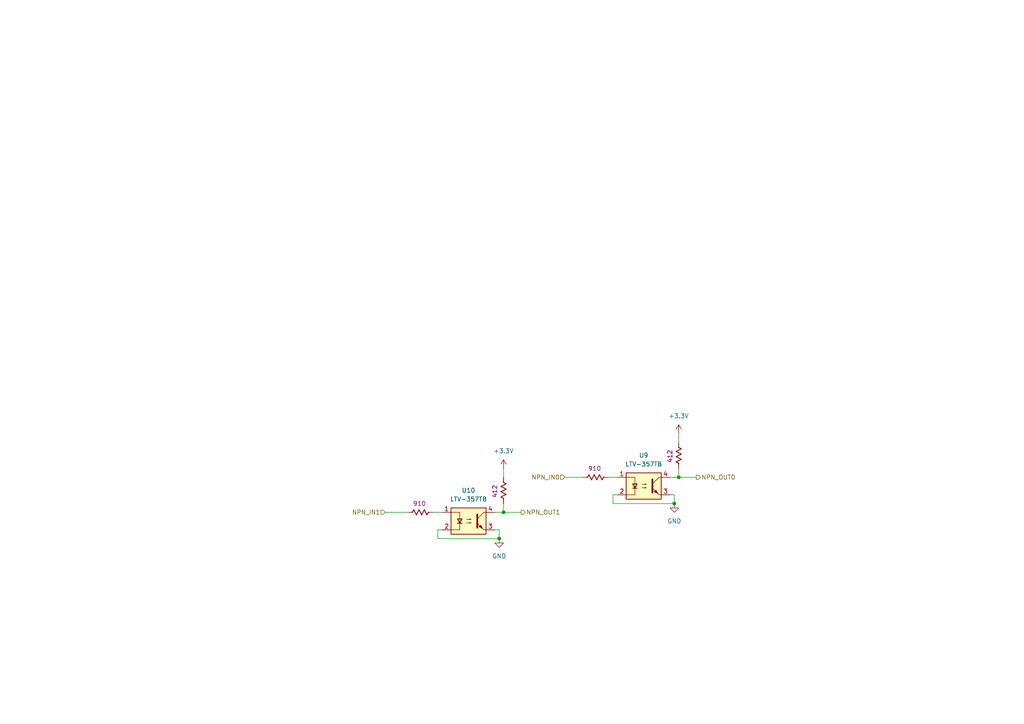
<source format=kicad_sch>
(kicad_sch
	(version 20250114)
	(generator "eeschema")
	(generator_version "9.0")
	(uuid "5584bb05-7b64-4813-abe2-695a768f0c25")
	(paper "A4")
	(lib_symbols
		(symbol "Isolator:LTV-357T"
			(pin_names
				(offset 1.016)
			)
			(exclude_from_sim no)
			(in_bom yes)
			(on_board yes)
			(property "Reference" "U"
				(at -5.334 4.826 0)
				(effects
					(font
						(size 1.27 1.27)
					)
					(justify left)
				)
			)
			(property "Value" "LTV-357T"
				(at 0 5.08 0)
				(effects
					(font
						(size 1.27 1.27)
					)
					(justify left)
				)
			)
			(property "Footprint" "Package_SO:SO-4_4.4x3.6mm_P2.54mm"
				(at -5.08 -5.08 0)
				(effects
					(font
						(size 1.27 1.27)
						(italic yes)
					)
					(justify left)
					(hide yes)
				)
			)
			(property "Datasheet" "https://www.buerklin.com/medias/sys_master/download/download/h91/ha0/8892020588574.pdf"
				(at 0 0 0)
				(effects
					(font
						(size 1.27 1.27)
					)
					(justify left)
					(hide yes)
				)
			)
			(property "Description" "DC Optocoupler, Vce 35V, CTR 50%, SO-4"
				(at 0 0 0)
				(effects
					(font
						(size 1.27 1.27)
					)
					(hide yes)
				)
			)
			(property "ki_keywords" "NPN DC Optocoupler"
				(at 0 0 0)
				(effects
					(font
						(size 1.27 1.27)
					)
					(hide yes)
				)
			)
			(property "ki_fp_filters" "SO*4.4x3.6mm*P2.54mm*"
				(at 0 0 0)
				(effects
					(font
						(size 1.27 1.27)
					)
					(hide yes)
				)
			)
			(symbol "LTV-357T_0_1"
				(rectangle
					(start -5.08 3.81)
					(end 5.08 -3.81)
					(stroke
						(width 0.254)
						(type default)
					)
					(fill
						(type background)
					)
				)
				(polyline
					(pts
						(xy -5.08 2.54) (xy -2.54 2.54) (xy -2.54 -0.762)
					)
					(stroke
						(width 0)
						(type default)
					)
					(fill
						(type none)
					)
				)
				(polyline
					(pts
						(xy -3.175 -0.635) (xy -1.905 -0.635)
					)
					(stroke
						(width 0.254)
						(type default)
					)
					(fill
						(type none)
					)
				)
				(polyline
					(pts
						(xy -2.54 -0.635) (xy -2.54 -2.54) (xy -5.08 -2.54)
					)
					(stroke
						(width 0)
						(type default)
					)
					(fill
						(type none)
					)
				)
				(polyline
					(pts
						(xy -2.54 -0.635) (xy -3.175 0.635) (xy -1.905 0.635) (xy -2.54 -0.635)
					)
					(stroke
						(width 0.254)
						(type default)
					)
					(fill
						(type none)
					)
				)
				(polyline
					(pts
						(xy -0.508 0.508) (xy 0.762 0.508) (xy 0.381 0.381) (xy 0.381 0.635) (xy 0.762 0.508)
					)
					(stroke
						(width 0)
						(type default)
					)
					(fill
						(type none)
					)
				)
				(polyline
					(pts
						(xy -0.508 -0.508) (xy 0.762 -0.508) (xy 0.381 -0.635) (xy 0.381 -0.381) (xy 0.762 -0.508)
					)
					(stroke
						(width 0)
						(type default)
					)
					(fill
						(type none)
					)
				)
				(polyline
					(pts
						(xy 2.54 1.905) (xy 2.54 -1.905) (xy 2.54 -1.905)
					)
					(stroke
						(width 0.508)
						(type default)
					)
					(fill
						(type none)
					)
				)
				(polyline
					(pts
						(xy 2.54 0.635) (xy 4.445 2.54)
					)
					(stroke
						(width 0)
						(type default)
					)
					(fill
						(type none)
					)
				)
				(polyline
					(pts
						(xy 3.048 -1.651) (xy 3.556 -1.143) (xy 4.064 -2.159) (xy 3.048 -1.651) (xy 3.048 -1.651)
					)
					(stroke
						(width 0)
						(type default)
					)
					(fill
						(type outline)
					)
				)
				(polyline
					(pts
						(xy 4.445 2.54) (xy 5.08 2.54)
					)
					(stroke
						(width 0)
						(type default)
					)
					(fill
						(type none)
					)
				)
				(polyline
					(pts
						(xy 4.445 -2.54) (xy 2.54 -0.635)
					)
					(stroke
						(width 0)
						(type default)
					)
					(fill
						(type outline)
					)
				)
				(polyline
					(pts
						(xy 4.445 -2.54) (xy 5.08 -2.54)
					)
					(stroke
						(width 0)
						(type default)
					)
					(fill
						(type none)
					)
				)
			)
			(symbol "LTV-357T_1_1"
				(pin passive line
					(at -7.62 2.54 0)
					(length 2.54)
					(name "~"
						(effects
							(font
								(size 1.27 1.27)
							)
						)
					)
					(number "1"
						(effects
							(font
								(size 1.27 1.27)
							)
						)
					)
				)
				(pin passive line
					(at -7.62 -2.54 0)
					(length 2.54)
					(name "~"
						(effects
							(font
								(size 1.27 1.27)
							)
						)
					)
					(number "2"
						(effects
							(font
								(size 1.27 1.27)
							)
						)
					)
				)
				(pin passive line
					(at 7.62 2.54 180)
					(length 2.54)
					(name "~"
						(effects
							(font
								(size 1.27 1.27)
							)
						)
					)
					(number "4"
						(effects
							(font
								(size 1.27 1.27)
							)
						)
					)
				)
				(pin passive line
					(at 7.62 -2.54 180)
					(length 2.54)
					(name "~"
						(effects
							(font
								(size 1.27 1.27)
							)
						)
					)
					(number "3"
						(effects
							(font
								(size 1.27 1.27)
							)
						)
					)
				)
			)
			(embedded_fonts no)
		)
		(symbol "PCM_Resistor_US_AKL:R_0603"
			(pin_numbers
				(hide yes)
			)
			(pin_names
				(offset 0)
			)
			(exclude_from_sim no)
			(in_bom yes)
			(on_board yes)
			(property "Reference" "R"
				(at 2.54 1.27 0)
				(effects
					(font
						(size 1.27 1.27)
					)
					(justify left)
				)
			)
			(property "Value" "R_0603"
				(at 2.54 -1.27 0)
				(effects
					(font
						(size 1.27 1.27)
					)
					(justify left)
				)
			)
			(property "Footprint" "PCM_Resistor_SMD_AKL:R_0603_1608Metric"
				(at 0 -11.43 0)
				(effects
					(font
						(size 1.27 1.27)
					)
					(hide yes)
				)
			)
			(property "Datasheet" "~"
				(at 0 0 0)
				(effects
					(font
						(size 1.27 1.27)
					)
					(hide yes)
				)
			)
			(property "Description" "SMD 0603 Chip Resistor, US Symbol, Alternate KiCad Library"
				(at 0 0 0)
				(effects
					(font
						(size 1.27 1.27)
					)
					(hide yes)
				)
			)
			(property "ki_keywords" "R res resistor us SMD 0603"
				(at 0 0 0)
				(effects
					(font
						(size 1.27 1.27)
					)
					(hide yes)
				)
			)
			(property "ki_fp_filters" "R_*"
				(at 0 0 0)
				(effects
					(font
						(size 1.27 1.27)
					)
					(hide yes)
				)
			)
			(symbol "R_0603_0_1"
				(polyline
					(pts
						(xy 0 2.286) (xy 0 2.54)
					)
					(stroke
						(width 0.254)
						(type default)
					)
					(fill
						(type none)
					)
				)
				(polyline
					(pts
						(xy 0 2.286) (xy 0.762 1.905) (xy -0.762 1.143) (xy 0 0.762) (xy 0.762 0.381) (xy 0 0) (xy -0.762 -0.381)
						(xy 0 -0.762) (xy 0.762 -1.143) (xy 0 -1.524) (xy -0.762 -1.905) (xy 0 -2.286)
					)
					(stroke
						(width 0.254)
						(type default)
					)
					(fill
						(type none)
					)
				)
				(polyline
					(pts
						(xy 0 -2.286) (xy 0 -2.54)
					)
					(stroke
						(width 0.254)
						(type default)
					)
					(fill
						(type none)
					)
				)
			)
			(symbol "R_0603_0_2"
				(polyline
					(pts
						(xy -2.54 -2.54) (xy -1.778 -1.778)
					)
					(stroke
						(width 0)
						(type default)
					)
					(fill
						(type none)
					)
				)
				(polyline
					(pts
						(xy -1.778 -1.778) (xy -1.524 -1.524)
					)
					(stroke
						(width 0.254)
						(type default)
					)
					(fill
						(type none)
					)
				)
				(polyline
					(pts
						(xy -1.524 -1.524) (xy -1.778 -0.762) (xy -1.016 -1.016)
					)
					(stroke
						(width 0.254)
						(type default)
					)
					(fill
						(type none)
					)
				)
				(polyline
					(pts
						(xy -0.508 -0.508) (xy -0.762 0.254) (xy 0 0)
					)
					(stroke
						(width 0.254)
						(type default)
					)
					(fill
						(type none)
					)
				)
				(polyline
					(pts
						(xy -0.508 -0.508) (xy -0.254 -1.27) (xy -1.016 -1.016)
					)
					(stroke
						(width 0.254)
						(type default)
					)
					(fill
						(type none)
					)
				)
				(polyline
					(pts
						(xy 0.508 0.508) (xy 0.254 1.27) (xy 1.016 1.016)
					)
					(stroke
						(width 0.254)
						(type default)
					)
					(fill
						(type none)
					)
				)
				(polyline
					(pts
						(xy 0.508 0.508) (xy 0.762 -0.254) (xy 0 0)
					)
					(stroke
						(width 0.254)
						(type default)
					)
					(fill
						(type none)
					)
				)
				(polyline
					(pts
						(xy 1.524 1.524) (xy 1.778 0.762) (xy 1.016 1.016)
					)
					(stroke
						(width 0.254)
						(type default)
					)
					(fill
						(type none)
					)
				)
				(polyline
					(pts
						(xy 1.778 1.778) (xy 1.524 1.524)
					)
					(stroke
						(width 0.254)
						(type default)
					)
					(fill
						(type none)
					)
				)
				(polyline
					(pts
						(xy 1.778 1.778) (xy 2.54 2.54)
					)
					(stroke
						(width 0)
						(type default)
					)
					(fill
						(type none)
					)
				)
			)
			(symbol "R_0603_1_1"
				(pin passive line
					(at 0 3.81 270)
					(length 1.27)
					(name "~"
						(effects
							(font
								(size 1.27 1.27)
							)
						)
					)
					(number "1"
						(effects
							(font
								(size 1.27 1.27)
							)
						)
					)
				)
				(pin passive line
					(at 0 -3.81 90)
					(length 1.27)
					(name "~"
						(effects
							(font
								(size 1.27 1.27)
							)
						)
					)
					(number "2"
						(effects
							(font
								(size 1.27 1.27)
							)
						)
					)
				)
			)
			(symbol "R_0603_1_2"
				(pin passive line
					(at -2.54 -2.54 0)
					(length 0)
					(name ""
						(effects
							(font
								(size 1.27 1.27)
							)
						)
					)
					(number "2"
						(effects
							(font
								(size 1.27 1.27)
							)
						)
					)
				)
				(pin passive line
					(at 2.54 2.54 180)
					(length 0)
					(name ""
						(effects
							(font
								(size 1.27 1.27)
							)
						)
					)
					(number "1"
						(effects
							(font
								(size 1.27 1.27)
							)
						)
					)
				)
			)
			(embedded_fonts no)
		)
		(symbol "power:+3.3V"
			(power)
			(pin_numbers
				(hide yes)
			)
			(pin_names
				(offset 0)
				(hide yes)
			)
			(exclude_from_sim no)
			(in_bom yes)
			(on_board yes)
			(property "Reference" "#PWR"
				(at 0 -3.81 0)
				(effects
					(font
						(size 1.27 1.27)
					)
					(hide yes)
				)
			)
			(property "Value" "+3.3V"
				(at 0 3.556 0)
				(effects
					(font
						(size 1.27 1.27)
					)
				)
			)
			(property "Footprint" ""
				(at 0 0 0)
				(effects
					(font
						(size 1.27 1.27)
					)
					(hide yes)
				)
			)
			(property "Datasheet" ""
				(at 0 0 0)
				(effects
					(font
						(size 1.27 1.27)
					)
					(hide yes)
				)
			)
			(property "Description" "Power symbol creates a global label with name \"+3.3V\""
				(at 0 0 0)
				(effects
					(font
						(size 1.27 1.27)
					)
					(hide yes)
				)
			)
			(property "ki_keywords" "global power"
				(at 0 0 0)
				(effects
					(font
						(size 1.27 1.27)
					)
					(hide yes)
				)
			)
			(symbol "+3.3V_0_1"
				(polyline
					(pts
						(xy -0.762 1.27) (xy 0 2.54)
					)
					(stroke
						(width 0)
						(type default)
					)
					(fill
						(type none)
					)
				)
				(polyline
					(pts
						(xy 0 2.54) (xy 0.762 1.27)
					)
					(stroke
						(width 0)
						(type default)
					)
					(fill
						(type none)
					)
				)
				(polyline
					(pts
						(xy 0 0) (xy 0 2.54)
					)
					(stroke
						(width 0)
						(type default)
					)
					(fill
						(type none)
					)
				)
			)
			(symbol "+3.3V_1_1"
				(pin power_in line
					(at 0 0 90)
					(length 0)
					(name "~"
						(effects
							(font
								(size 1.27 1.27)
							)
						)
					)
					(number "1"
						(effects
							(font
								(size 1.27 1.27)
							)
						)
					)
				)
			)
			(embedded_fonts no)
		)
		(symbol "power:GND"
			(power)
			(pin_numbers
				(hide yes)
			)
			(pin_names
				(offset 0)
				(hide yes)
			)
			(exclude_from_sim no)
			(in_bom yes)
			(on_board yes)
			(property "Reference" "#PWR"
				(at 0 -6.35 0)
				(effects
					(font
						(size 1.27 1.27)
					)
					(hide yes)
				)
			)
			(property "Value" "GND"
				(at 0 -3.81 0)
				(effects
					(font
						(size 1.27 1.27)
					)
				)
			)
			(property "Footprint" ""
				(at 0 0 0)
				(effects
					(font
						(size 1.27 1.27)
					)
					(hide yes)
				)
			)
			(property "Datasheet" ""
				(at 0 0 0)
				(effects
					(font
						(size 1.27 1.27)
					)
					(hide yes)
				)
			)
			(property "Description" "Power symbol creates a global label with name \"GND\" , ground"
				(at 0 0 0)
				(effects
					(font
						(size 1.27 1.27)
					)
					(hide yes)
				)
			)
			(property "ki_keywords" "global power"
				(at 0 0 0)
				(effects
					(font
						(size 1.27 1.27)
					)
					(hide yes)
				)
			)
			(symbol "GND_0_1"
				(polyline
					(pts
						(xy 0 0) (xy 0 -1.27) (xy 1.27 -1.27) (xy 0 -2.54) (xy -1.27 -1.27) (xy 0 -1.27)
					)
					(stroke
						(width 0)
						(type default)
					)
					(fill
						(type none)
					)
				)
			)
			(symbol "GND_1_1"
				(pin power_in line
					(at 0 0 270)
					(length 0)
					(name "~"
						(effects
							(font
								(size 1.27 1.27)
							)
						)
					)
					(number "1"
						(effects
							(font
								(size 1.27 1.27)
							)
						)
					)
				)
			)
			(embedded_fonts no)
		)
	)
	(junction
		(at 146.05 148.59)
		(diameter 0)
		(color 0 0 0 0)
		(uuid "2b335198-4241-4000-b94b-d2ae85e65ee5")
	)
	(junction
		(at 196.85 138.43)
		(diameter 0)
		(color 0 0 0 0)
		(uuid "4983a30a-ba3a-41ad-bffe-2ed35bfb7ac7")
	)
	(junction
		(at 144.78 156.21)
		(diameter 0)
		(color 0 0 0 0)
		(uuid "82d32733-a450-42dd-8fb3-8be2502c7401")
	)
	(junction
		(at 195.58 146.05)
		(diameter 0)
		(color 0 0 0 0)
		(uuid "d5923288-a53c-4133-a707-76b65ef9d7d3")
	)
	(wire
		(pts
			(xy 177.8 146.05) (xy 177.8 143.51)
		)
		(stroke
			(width 0)
			(type default)
		)
		(uuid "07f5b04c-1108-4632-8fc5-2c894b07ad7b")
	)
	(wire
		(pts
			(xy 195.58 146.05) (xy 195.58 143.51)
		)
		(stroke
			(width 0)
			(type default)
		)
		(uuid "11c6a569-4f65-4232-b997-269ceca2e480")
	)
	(wire
		(pts
			(xy 127 156.21) (xy 144.78 156.21)
		)
		(stroke
			(width 0)
			(type default)
		)
		(uuid "123ddb66-c220-46f5-b4b3-0ed5a215bb4a")
	)
	(wire
		(pts
			(xy 194.31 138.43) (xy 196.85 138.43)
		)
		(stroke
			(width 0)
			(type default)
		)
		(uuid "163eeba7-1f39-4ee8-8351-a319c239cfcc")
	)
	(wire
		(pts
			(xy 143.51 148.59) (xy 146.05 148.59)
		)
		(stroke
			(width 0)
			(type default)
		)
		(uuid "171f5806-f6b7-4b1d-b5a0-9af5619f9fa6")
	)
	(wire
		(pts
			(xy 143.51 153.67) (xy 144.78 153.67)
		)
		(stroke
			(width 0)
			(type default)
		)
		(uuid "1824b3ca-62e7-4868-aa2a-bfda8a2b3748")
	)
	(wire
		(pts
			(xy 196.85 138.43) (xy 201.93 138.43)
		)
		(stroke
			(width 0)
			(type default)
		)
		(uuid "18d81c98-04e2-44c9-9c87-f23ac7d58653")
	)
	(wire
		(pts
			(xy 196.85 138.43) (xy 196.85 135.89)
		)
		(stroke
			(width 0)
			(type default)
		)
		(uuid "210b2e61-47d7-4e97-890f-a842bb155749")
	)
	(wire
		(pts
			(xy 146.05 148.59) (xy 146.05 146.05)
		)
		(stroke
			(width 0)
			(type default)
		)
		(uuid "2623c90e-5003-4287-9f4e-f14720b81cf4")
	)
	(wire
		(pts
			(xy 177.8 143.51) (xy 179.07 143.51)
		)
		(stroke
			(width 0)
			(type default)
		)
		(uuid "2703d146-c0cf-433c-861b-ce10861a8d23")
	)
	(wire
		(pts
			(xy 146.05 135.89) (xy 146.05 138.43)
		)
		(stroke
			(width 0)
			(type default)
		)
		(uuid "2d1d85db-072c-436a-a049-45275e1e5671")
	)
	(wire
		(pts
			(xy 176.53 138.43) (xy 179.07 138.43)
		)
		(stroke
			(width 0)
			(type default)
		)
		(uuid "3a035b87-6251-404b-bff6-82dfc85ba1dd")
	)
	(wire
		(pts
			(xy 163.83 138.43) (xy 168.91 138.43)
		)
		(stroke
			(width 0)
			(type default)
		)
		(uuid "7438de92-f25a-467b-a028-45a196baf67f")
	)
	(wire
		(pts
			(xy 196.85 125.73) (xy 196.85 128.27)
		)
		(stroke
			(width 0)
			(type default)
		)
		(uuid "7a608b15-180a-4914-a6b6-70d2bd1a9e55")
	)
	(wire
		(pts
			(xy 194.31 143.51) (xy 195.58 143.51)
		)
		(stroke
			(width 0)
			(type default)
		)
		(uuid "99c4bea4-3407-4366-8e61-7cc2c176698a")
	)
	(wire
		(pts
			(xy 177.8 146.05) (xy 195.58 146.05)
		)
		(stroke
			(width 0)
			(type default)
		)
		(uuid "a0727156-f89e-4902-b689-7a62d533d74c")
	)
	(wire
		(pts
			(xy 127 156.21) (xy 127 153.67)
		)
		(stroke
			(width 0)
			(type default)
		)
		(uuid "a655ca93-0a7e-40e1-a127-99c7bc256bc2")
	)
	(wire
		(pts
			(xy 125.73 148.59) (xy 128.27 148.59)
		)
		(stroke
			(width 0)
			(type default)
		)
		(uuid "a9703e54-2b56-41cd-94bf-46f0114aebb6")
	)
	(wire
		(pts
			(xy 111.76 148.59) (xy 118.11 148.59)
		)
		(stroke
			(width 0)
			(type default)
		)
		(uuid "be3b6ad6-612d-485e-88c7-752675082832")
	)
	(wire
		(pts
			(xy 144.78 156.21) (xy 144.78 153.67)
		)
		(stroke
			(width 0)
			(type default)
		)
		(uuid "c9a445ec-9f22-4416-98a6-bfea949efc3e")
	)
	(wire
		(pts
			(xy 127 153.67) (xy 128.27 153.67)
		)
		(stroke
			(width 0)
			(type default)
		)
		(uuid "ce0c64dc-45c7-4b10-9a4b-d44fd90d5a8f")
	)
	(wire
		(pts
			(xy 146.05 148.59) (xy 151.13 148.59)
		)
		(stroke
			(width 0)
			(type default)
		)
		(uuid "edca4058-fc94-4d4e-a2ea-acdd90d13f1c")
	)
	(hierarchical_label "NPN_IN0"
		(shape input)
		(at 163.83 138.43 180)
		(effects
			(font
				(size 1.27 1.27)
			)
			(justify right)
		)
		(uuid "afe6d900-a6e0-4389-8bee-3b063cea2a59")
	)
	(hierarchical_label "NPN_IN1"
		(shape input)
		(at 111.76 148.59 180)
		(effects
			(font
				(size 1.27 1.27)
			)
			(justify right)
		)
		(uuid "d33a3d0c-6875-4cf5-aa7b-9126b38325ad")
	)
	(hierarchical_label "NPN_OUT0"
		(shape output)
		(at 201.93 138.43 0)
		(effects
			(font
				(size 1.27 1.27)
			)
			(justify left)
		)
		(uuid "d7306e4b-21e0-4387-96d8-ff0ab0fbb045")
	)
	(hierarchical_label "NPN_OUT1"
		(shape output)
		(at 151.13 148.59 0)
		(effects
			(font
				(size 1.27 1.27)
			)
			(justify left)
		)
		(uuid "ffb88895-d171-4b70-a019-c59a02c2b24d")
	)
	(symbol
		(lib_id "PCM_Resistor_US_AKL:R_0603")
		(at 121.92 148.59 90)
		(unit 1)
		(exclude_from_sim no)
		(in_bom yes)
		(on_board yes)
		(dnp no)
		(uuid "169bf807-6518-4607-a9a9-22c1cee45474")
		(property "Reference" "R29"
			(at 123.698 144.018 90)
			(effects
				(font
					(size 1.27 1.27)
				)
				(justify left)
				(hide yes)
			)
		)
		(property "Value" "R_0603"
			(at 122.174 144.526 90)
			(effects
				(font
					(size 1.27 1.27)
				)
				(justify left)
				(hide yes)
			)
		)
		(property "Footprint" "PCM_Resistor_SMD_AKL:R_0603_1608Metric"
			(at 133.35 148.59 0)
			(effects
				(font
					(size 1.27 1.27)
				)
				(hide yes)
			)
		)
		(property "Datasheet" "~"
			(at 121.92 148.59 0)
			(effects
				(font
					(size 1.27 1.27)
				)
				(hide yes)
			)
		)
		(property "Description" "SMD 0603 Chip Resistor, US Symbol, Alternate KiCad Library"
			(at 121.92 148.59 0)
			(effects
				(font
					(size 1.27 1.27)
				)
				(hide yes)
			)
		)
		(property "Part Number" ""
			(at 121.92 148.59 0)
			(effects
				(font
					(size 1.27 1.27)
				)
				(hide yes)
			)
		)
		(property "Capacidad" "910"
			(at 121.666 146.05 90)
			(effects
				(font
					(size 1.27 1.27)
				)
			)
		)
		(pin "1"
			(uuid "58c1a5dc-ca52-47f0-975d-e707cb51bbca")
		)
		(pin "2"
			(uuid "82d02928-6c8f-42f7-977e-3c3710896344")
		)
		(instances
			(project "Nivara"
				(path "/42622735-4343-4315-af64-a45701a752b6/711b914f-41ac-411e-bef3-8ade05c9a19b/8e752283-c44a-4790-8997-93360c617970"
					(reference "R29")
					(unit 1)
				)
			)
		)
	)
	(symbol
		(lib_id "Isolator:LTV-357T")
		(at 135.89 151.13 0)
		(unit 1)
		(exclude_from_sim no)
		(in_bom yes)
		(on_board yes)
		(dnp no)
		(fields_autoplaced yes)
		(uuid "29057740-47d6-4e58-a2f2-1bb918752c2e")
		(property "Reference" "U10"
			(at 135.89 142.24 0)
			(effects
				(font
					(size 1.27 1.27)
				)
			)
		)
		(property "Value" "LTV-357TB"
			(at 135.89 144.78 0)
			(effects
				(font
					(size 1.27 1.27)
				)
			)
		)
		(property "Footprint" "Package_SO:SO-4_4.4x3.6mm_P2.54mm"
			(at 130.81 156.21 0)
			(effects
				(font
					(size 1.27 1.27)
					(italic yes)
				)
				(justify left)
				(hide yes)
			)
		)
		(property "Datasheet" "https://www.buerklin.com/medias/sys_master/download/download/h91/ha0/8892020588574.pdf"
			(at 135.89 151.13 0)
			(effects
				(font
					(size 1.27 1.27)
				)
				(justify left)
				(hide yes)
			)
		)
		(property "Description" "DC Optocoupler, Vce 35V, CTR 50%, SO-4"
			(at 135.89 151.13 0)
			(effects
				(font
					(size 1.27 1.27)
				)
				(hide yes)
			)
		)
		(pin "3"
			(uuid "8ecf516a-b026-4141-8725-a377db0746bd")
		)
		(pin "1"
			(uuid "44917c7e-59e1-4fb2-8085-ea8095c010a7")
		)
		(pin "2"
			(uuid "560c3763-fedf-4e3b-aede-39f122bd8b6f")
		)
		(pin "4"
			(uuid "f5d1130c-f063-4a62-bbbe-85b4cc625a4e")
		)
		(instances
			(project "Nivara"
				(path "/42622735-4343-4315-af64-a45701a752b6/711b914f-41ac-411e-bef3-8ade05c9a19b/8e752283-c44a-4790-8997-93360c617970"
					(reference "U10")
					(unit 1)
				)
			)
		)
	)
	(symbol
		(lib_id "power:+3.3V")
		(at 196.85 125.73 0)
		(unit 1)
		(exclude_from_sim no)
		(in_bom yes)
		(on_board yes)
		(dnp no)
		(fields_autoplaced yes)
		(uuid "2f42ac2d-f302-43aa-b0a1-142d96bc09bd")
		(property "Reference" "#PWR052"
			(at 196.85 129.54 0)
			(effects
				(font
					(size 1.27 1.27)
				)
				(hide yes)
			)
		)
		(property "Value" "+3.3V"
			(at 196.85 120.65 0)
			(effects
				(font
					(size 1.27 1.27)
				)
			)
		)
		(property "Footprint" ""
			(at 196.85 125.73 0)
			(effects
				(font
					(size 1.27 1.27)
				)
				(hide yes)
			)
		)
		(property "Datasheet" ""
			(at 196.85 125.73 0)
			(effects
				(font
					(size 1.27 1.27)
				)
				(hide yes)
			)
		)
		(property "Description" "Power symbol creates a global label with name \"+3.3V\""
			(at 196.85 125.73 0)
			(effects
				(font
					(size 1.27 1.27)
				)
				(hide yes)
			)
		)
		(pin "1"
			(uuid "fcd4c8c0-d0e0-452d-a38b-696b23691c7f")
		)
		(instances
			(project "Nivara"
				(path "/42622735-4343-4315-af64-a45701a752b6/711b914f-41ac-411e-bef3-8ade05c9a19b/8e752283-c44a-4790-8997-93360c617970"
					(reference "#PWR052")
					(unit 1)
				)
			)
		)
	)
	(symbol
		(lib_id "Isolator:LTV-357T")
		(at 186.69 140.97 0)
		(unit 1)
		(exclude_from_sim no)
		(in_bom yes)
		(on_board yes)
		(dnp no)
		(fields_autoplaced yes)
		(uuid "475fc676-6b98-4204-9fc1-3a923f0cb5e4")
		(property "Reference" "U9"
			(at 186.69 132.08 0)
			(effects
				(font
					(size 1.27 1.27)
				)
			)
		)
		(property "Value" "LTV-357TB"
			(at 186.69 134.62 0)
			(effects
				(font
					(size 1.27 1.27)
				)
			)
		)
		(property "Footprint" "Package_SO:SO-4_4.4x3.6mm_P2.54mm"
			(at 181.61 146.05 0)
			(effects
				(font
					(size 1.27 1.27)
					(italic yes)
				)
				(justify left)
				(hide yes)
			)
		)
		(property "Datasheet" "https://www.buerklin.com/medias/sys_master/download/download/h91/ha0/8892020588574.pdf"
			(at 186.69 140.97 0)
			(effects
				(font
					(size 1.27 1.27)
				)
				(justify left)
				(hide yes)
			)
		)
		(property "Description" "DC Optocoupler, Vce 35V, CTR 50%, SO-4"
			(at 186.69 140.97 0)
			(effects
				(font
					(size 1.27 1.27)
				)
				(hide yes)
			)
		)
		(pin "3"
			(uuid "c3fe580f-86f1-43c7-9169-0628b454ff72")
		)
		(pin "1"
			(uuid "ff93d603-68bd-4653-b760-cc62d2cb612e")
		)
		(pin "2"
			(uuid "67994852-5df6-418c-b80e-dfbf3635acbe")
		)
		(pin "4"
			(uuid "8724be08-7138-47a7-9b99-4cad8d871795")
		)
		(instances
			(project "Nivara"
				(path "/42622735-4343-4315-af64-a45701a752b6/711b914f-41ac-411e-bef3-8ade05c9a19b/8e752283-c44a-4790-8997-93360c617970"
					(reference "U9")
					(unit 1)
				)
			)
		)
	)
	(symbol
		(lib_id "power:+3.3V")
		(at 146.05 135.89 0)
		(unit 1)
		(exclude_from_sim no)
		(in_bom yes)
		(on_board yes)
		(dnp no)
		(fields_autoplaced yes)
		(uuid "54e35394-4b16-4bf7-a995-99f0ce9e1ffb")
		(property "Reference" "#PWR053"
			(at 146.05 139.7 0)
			(effects
				(font
					(size 1.27 1.27)
				)
				(hide yes)
			)
		)
		(property "Value" "+3.3V"
			(at 146.05 130.81 0)
			(effects
				(font
					(size 1.27 1.27)
				)
			)
		)
		(property "Footprint" ""
			(at 146.05 135.89 0)
			(effects
				(font
					(size 1.27 1.27)
				)
				(hide yes)
			)
		)
		(property "Datasheet" ""
			(at 146.05 135.89 0)
			(effects
				(font
					(size 1.27 1.27)
				)
				(hide yes)
			)
		)
		(property "Description" "Power symbol creates a global label with name \"+3.3V\""
			(at 146.05 135.89 0)
			(effects
				(font
					(size 1.27 1.27)
				)
				(hide yes)
			)
		)
		(pin "1"
			(uuid "dce3abe8-38c9-457b-b9c9-0bf76d93580f")
		)
		(instances
			(project "Nivara"
				(path "/42622735-4343-4315-af64-a45701a752b6/711b914f-41ac-411e-bef3-8ade05c9a19b/8e752283-c44a-4790-8997-93360c617970"
					(reference "#PWR053")
					(unit 1)
				)
			)
		)
	)
	(symbol
		(lib_id "PCM_Resistor_US_AKL:R_0603")
		(at 172.72 138.43 90)
		(unit 1)
		(exclude_from_sim no)
		(in_bom yes)
		(on_board yes)
		(dnp no)
		(uuid "6424e832-0d01-4c66-b97a-af6d5512ff59")
		(property "Reference" "R25"
			(at 174.498 133.858 90)
			(effects
				(font
					(size 1.27 1.27)
				)
				(justify left)
				(hide yes)
			)
		)
		(property "Value" "R_0603"
			(at 172.974 134.366 90)
			(effects
				(font
					(size 1.27 1.27)
				)
				(justify left)
				(hide yes)
			)
		)
		(property "Footprint" "PCM_Resistor_SMD_AKL:R_0603_1608Metric"
			(at 184.15 138.43 0)
			(effects
				(font
					(size 1.27 1.27)
				)
				(hide yes)
			)
		)
		(property "Datasheet" "~"
			(at 172.72 138.43 0)
			(effects
				(font
					(size 1.27 1.27)
				)
				(hide yes)
			)
		)
		(property "Description" "SMD 0603 Chip Resistor, US Symbol, Alternate KiCad Library"
			(at 172.72 138.43 0)
			(effects
				(font
					(size 1.27 1.27)
				)
				(hide yes)
			)
		)
		(property "Part Number" ""
			(at 172.72 138.43 0)
			(effects
				(font
					(size 1.27 1.27)
				)
				(hide yes)
			)
		)
		(property "Capacidad" "910"
			(at 172.466 135.89 90)
			(effects
				(font
					(size 1.27 1.27)
				)
			)
		)
		(pin "1"
			(uuid "f5c1928a-f70b-464b-a0ad-0a9a6ececa1c")
		)
		(pin "2"
			(uuid "ca38f0bc-54b9-4caf-8485-20083177a731")
		)
		(instances
			(project "Nivara"
				(path "/42622735-4343-4315-af64-a45701a752b6/711b914f-41ac-411e-bef3-8ade05c9a19b/8e752283-c44a-4790-8997-93360c617970"
					(reference "R25")
					(unit 1)
				)
			)
		)
	)
	(symbol
		(lib_id "power:GND")
		(at 195.58 146.05 0)
		(unit 1)
		(exclude_from_sim no)
		(in_bom yes)
		(on_board yes)
		(dnp no)
		(fields_autoplaced yes)
		(uuid "810e5be0-e5c6-4269-b390-b87ab77a0d52")
		(property "Reference" "#PWR050"
			(at 195.58 152.4 0)
			(effects
				(font
					(size 1.27 1.27)
				)
				(hide yes)
			)
		)
		(property "Value" "GND"
			(at 195.58 151.13 0)
			(effects
				(font
					(size 1.27 1.27)
				)
			)
		)
		(property "Footprint" ""
			(at 195.58 146.05 0)
			(effects
				(font
					(size 1.27 1.27)
				)
				(hide yes)
			)
		)
		(property "Datasheet" ""
			(at 195.58 146.05 0)
			(effects
				(font
					(size 1.27 1.27)
				)
				(hide yes)
			)
		)
		(property "Description" "Power symbol creates a global label with name \"GND\" , ground"
			(at 195.58 146.05 0)
			(effects
				(font
					(size 1.27 1.27)
				)
				(hide yes)
			)
		)
		(pin "1"
			(uuid "480b03be-f389-4da5-873c-d5ed889aada3")
		)
		(instances
			(project "Nivara"
				(path "/42622735-4343-4315-af64-a45701a752b6/711b914f-41ac-411e-bef3-8ade05c9a19b/8e752283-c44a-4790-8997-93360c617970"
					(reference "#PWR050")
					(unit 1)
				)
			)
		)
	)
	(symbol
		(lib_id "PCM_Resistor_US_AKL:R_0603")
		(at 146.05 142.24 180)
		(unit 1)
		(exclude_from_sim no)
		(in_bom yes)
		(on_board yes)
		(dnp no)
		(uuid "cc4b1e25-1e4e-426d-b9ca-12ac9460d4e7")
		(property "Reference" "R26"
			(at 141.478 140.462 90)
			(effects
				(font
					(size 1.27 1.27)
				)
				(justify left)
				(hide yes)
			)
		)
		(property "Value" "R_0603"
			(at 141.986 141.986 90)
			(effects
				(font
					(size 1.27 1.27)
				)
				(justify left)
				(hide yes)
			)
		)
		(property "Footprint" "PCM_Resistor_SMD_AKL:R_0603_1608Metric"
			(at 146.05 130.81 0)
			(effects
				(font
					(size 1.27 1.27)
				)
				(hide yes)
			)
		)
		(property "Datasheet" "~"
			(at 146.05 142.24 0)
			(effects
				(font
					(size 1.27 1.27)
				)
				(hide yes)
			)
		)
		(property "Description" "SMD 0603 Chip Resistor, US Symbol, Alternate KiCad Library"
			(at 146.05 142.24 0)
			(effects
				(font
					(size 1.27 1.27)
				)
				(hide yes)
			)
		)
		(property "Part Number" ""
			(at 146.05 142.24 0)
			(effects
				(font
					(size 1.27 1.27)
				)
				(hide yes)
			)
		)
		(property "Capacidad" "412"
			(at 143.51 142.494 90)
			(effects
				(font
					(size 1.27 1.27)
				)
			)
		)
		(pin "1"
			(uuid "94d7efb9-93cc-4c5f-955e-269e08e7f5d8")
		)
		(pin "2"
			(uuid "64a9bf32-7fb1-45e7-91df-0a211393d62a")
		)
		(instances
			(project "Nivara"
				(path "/42622735-4343-4315-af64-a45701a752b6/711b914f-41ac-411e-bef3-8ade05c9a19b/8e752283-c44a-4790-8997-93360c617970"
					(reference "R26")
					(unit 1)
				)
			)
		)
	)
	(symbol
		(lib_id "PCM_Resistor_US_AKL:R_0603")
		(at 196.85 132.08 180)
		(unit 1)
		(exclude_from_sim no)
		(in_bom yes)
		(on_board yes)
		(dnp no)
		(uuid "cfb84281-51b5-445e-87a5-18020c17430a")
		(property "Reference" "R28"
			(at 192.278 130.302 90)
			(effects
				(font
					(size 1.27 1.27)
				)
				(justify left)
				(hide yes)
			)
		)
		(property "Value" "R_0603"
			(at 192.786 131.826 90)
			(effects
				(font
					(size 1.27 1.27)
				)
				(justify left)
				(hide yes)
			)
		)
		(property "Footprint" "PCM_Resistor_SMD_AKL:R_0603_1608Metric"
			(at 196.85 120.65 0)
			(effects
				(font
					(size 1.27 1.27)
				)
				(hide yes)
			)
		)
		(property "Datasheet" "~"
			(at 196.85 132.08 0)
			(effects
				(font
					(size 1.27 1.27)
				)
				(hide yes)
			)
		)
		(property "Description" "SMD 0603 Chip Resistor, US Symbol, Alternate KiCad Library"
			(at 196.85 132.08 0)
			(effects
				(font
					(size 1.27 1.27)
				)
				(hide yes)
			)
		)
		(property "Part Number" ""
			(at 196.85 132.08 0)
			(effects
				(font
					(size 1.27 1.27)
				)
				(hide yes)
			)
		)
		(property "Capacidad" "412"
			(at 194.31 132.334 90)
			(effects
				(font
					(size 1.27 1.27)
				)
			)
		)
		(pin "1"
			(uuid "37015193-2b40-495d-b9f9-a9294e3bbc90")
		)
		(pin "2"
			(uuid "760e8360-9144-424d-a207-b40c4bae6731")
		)
		(instances
			(project "Nivara"
				(path "/42622735-4343-4315-af64-a45701a752b6/711b914f-41ac-411e-bef3-8ade05c9a19b/8e752283-c44a-4790-8997-93360c617970"
					(reference "R28")
					(unit 1)
				)
			)
		)
	)
	(symbol
		(lib_id "power:GND")
		(at 144.78 156.21 0)
		(unit 1)
		(exclude_from_sim no)
		(in_bom yes)
		(on_board yes)
		(dnp no)
		(fields_autoplaced yes)
		(uuid "dc82e9e5-0547-4b9f-a246-07cafa2ff381")
		(property "Reference" "#PWR051"
			(at 144.78 162.56 0)
			(effects
				(font
					(size 1.27 1.27)
				)
				(hide yes)
			)
		)
		(property "Value" "GND"
			(at 144.78 161.29 0)
			(effects
				(font
					(size 1.27 1.27)
				)
			)
		)
		(property "Footprint" ""
			(at 144.78 156.21 0)
			(effects
				(font
					(size 1.27 1.27)
				)
				(hide yes)
			)
		)
		(property "Datasheet" ""
			(at 144.78 156.21 0)
			(effects
				(font
					(size 1.27 1.27)
				)
				(hide yes)
			)
		)
		(property "Description" "Power symbol creates a global label with name \"GND\" , ground"
			(at 144.78 156.21 0)
			(effects
				(font
					(size 1.27 1.27)
				)
				(hide yes)
			)
		)
		(pin "1"
			(uuid "c352a706-7878-4b93-bbf0-aa402eca5a9c")
		)
		(instances
			(project "Nivara"
				(path "/42622735-4343-4315-af64-a45701a752b6/711b914f-41ac-411e-bef3-8ade05c9a19b/8e752283-c44a-4790-8997-93360c617970"
					(reference "#PWR051")
					(unit 1)
				)
			)
		)
	)
)

</source>
